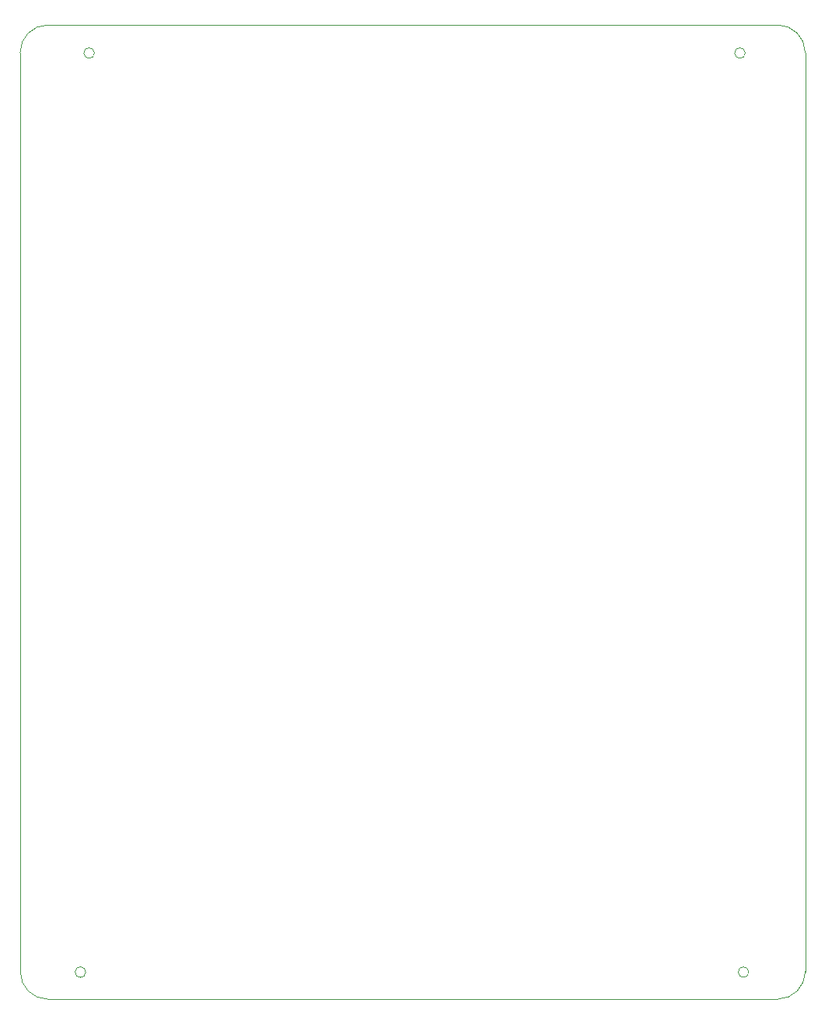
<source format=gbr>
%TF.GenerationSoftware,KiCad,Pcbnew,6.0.9-8da3e8f707~116~ubuntu20.04.1*%
%TF.CreationDate,2023-04-01T10:59:08+02:00*%
%TF.ProjectId,minikey,6d696e69-6b65-4792-9e6b-696361645f70,rev?*%
%TF.SameCoordinates,Original*%
%TF.FileFunction,Profile,NP*%
%FSLAX46Y46*%
G04 Gerber Fmt 4.6, Leading zero omitted, Abs format (unit mm)*
G04 Created by KiCad (PCBNEW 6.0.9-8da3e8f707~116~ubuntu20.04.1) date 2023-04-01 10:59:08*
%MOMM*%
%LPD*%
G01*
G04 APERTURE LIST*
%TA.AperFunction,Profile*%
%ADD10C,0.100000*%
%TD*%
G04 APERTURE END LIST*
D10*
X122500500Y-164782500D02*
G75*
G03*
X122500500Y-164782500I-576000J0D01*
G01*
X194695500Y-164778000D02*
G75*
G03*
X194695500Y-164778000I-576000J0D01*
G01*
X194314500Y-64770000D02*
G75*
G03*
X194314500Y-64770000I-576000J0D01*
G01*
X123448500Y-64770000D02*
G75*
G03*
X123448500Y-64770000I-576000J0D01*
G01*
X200850000Y-64720000D02*
X200850000Y-164720000D01*
X197850000Y-167720000D02*
G75*
G03*
X200850000Y-164720000I0J3000000D01*
G01*
X115379984Y-164740000D02*
G75*
G03*
X118360000Y-167720016I2980016J0D01*
G01*
X118360000Y-61719934D02*
G75*
G03*
X115359934Y-64720000I0J-3000066D01*
G01*
X200850000Y-64720000D02*
G75*
G03*
X197850000Y-61720000I-3000000J0D01*
G01*
X197850000Y-167720000D02*
X118360000Y-167720016D01*
X118360000Y-61720000D02*
X197850000Y-61720000D01*
X115379984Y-164740000D02*
X115359934Y-64720000D01*
M02*

</source>
